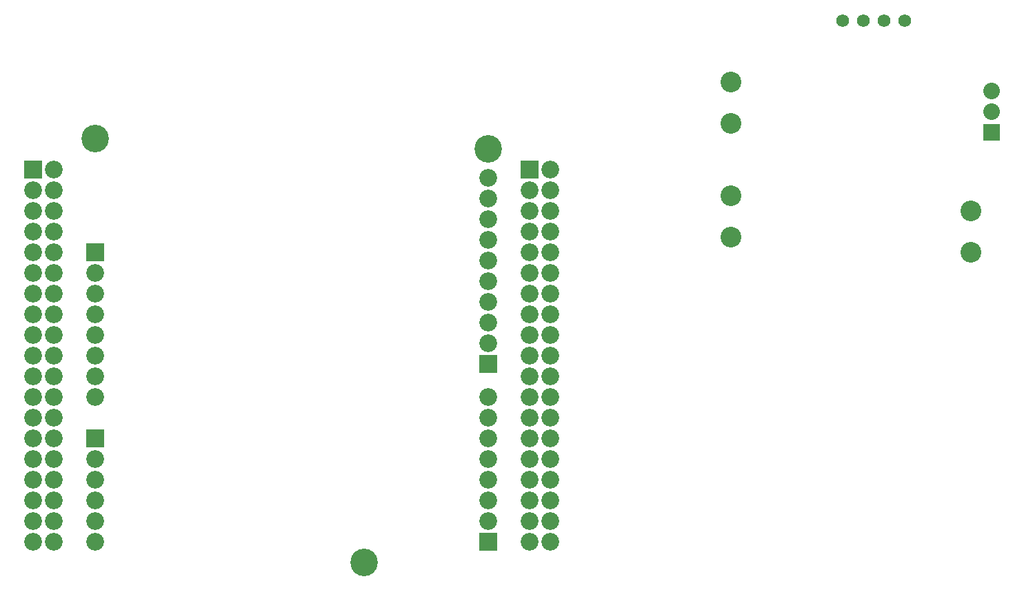
<source format=gbs>
G04 EAGLE Gerber RS-274X export*
G75*
%MOMM*%
%FSLAX34Y34*%
%LPD*%
%INSoldermask Bottom*%
%IPPOS*%
%AMOC8*
5,1,8,0,0,1.08239X$1,22.5*%
G01*
%ADD10R,2.032000X2.032000*%
%ADD11C,2.032000*%
%ADD12R,2.183200X2.183200*%
%ADD13C,2.183200*%
%ADD14C,3.378200*%
%ADD15C,1.574800*%
%ADD16C,2.543200*%


D10*
X370840Y558800D03*
D11*
X370840Y584200D03*
X370840Y609600D03*
D12*
X-729500Y182800D03*
D13*
X-729500Y157400D03*
X-729500Y132000D03*
X-729500Y106600D03*
X-729500Y81200D03*
X-729500Y55800D03*
D12*
X-729500Y411400D03*
D13*
X-729500Y386000D03*
X-729500Y360600D03*
X-729500Y335200D03*
X-729500Y309800D03*
X-729500Y284400D03*
X-729500Y259000D03*
X-729500Y233600D03*
D12*
X-805700Y513000D03*
D13*
X-780300Y513000D03*
X-805700Y487600D03*
X-780300Y487600D03*
X-805700Y462200D03*
X-780300Y462200D03*
X-805700Y436800D03*
X-780300Y436800D03*
X-805700Y411400D03*
X-780300Y411400D03*
X-805700Y386000D03*
X-780300Y386000D03*
X-805700Y360600D03*
X-780300Y360600D03*
X-805700Y335200D03*
X-780300Y335200D03*
X-805700Y309800D03*
X-780300Y309800D03*
X-805700Y284400D03*
X-780300Y284400D03*
X-805700Y259000D03*
X-780300Y259000D03*
X-805700Y233600D03*
X-780300Y233600D03*
X-805700Y208200D03*
X-780300Y208200D03*
X-805700Y182800D03*
X-780300Y182800D03*
X-805700Y157400D03*
X-780300Y157400D03*
X-805700Y132000D03*
X-780300Y132000D03*
X-805700Y106600D03*
X-780300Y106600D03*
X-805700Y81200D03*
X-780300Y81200D03*
X-805700Y55800D03*
X-780300Y55800D03*
D12*
X-246900Y274240D03*
D13*
X-246900Y299640D03*
X-246900Y325040D03*
X-246900Y350440D03*
X-246900Y375840D03*
X-246900Y401240D03*
X-246900Y426640D03*
X-246900Y452040D03*
X-246900Y477440D03*
X-246900Y502840D03*
X-246900Y106600D03*
X-246900Y132000D03*
X-246900Y157400D03*
X-246900Y182800D03*
X-246900Y208200D03*
X-246900Y233600D03*
D12*
X-246900Y55800D03*
D13*
X-246900Y81200D03*
D12*
X-196100Y512750D03*
D13*
X-170700Y512750D03*
X-196100Y487350D03*
X-170700Y487350D03*
X-196100Y461950D03*
X-170700Y461950D03*
X-196100Y436550D03*
X-170700Y436550D03*
X-196100Y411150D03*
X-170700Y411150D03*
X-196100Y385750D03*
X-170700Y385750D03*
X-196100Y360350D03*
X-170700Y360350D03*
X-196100Y334950D03*
X-170700Y334950D03*
X-196100Y309550D03*
X-170700Y309550D03*
X-196100Y284150D03*
X-170700Y284150D03*
X-196100Y258750D03*
X-170700Y258750D03*
X-196100Y233350D03*
X-170700Y233350D03*
X-196100Y207950D03*
X-170700Y207950D03*
X-196100Y182550D03*
X-170700Y182550D03*
X-196100Y157150D03*
X-170700Y157150D03*
X-196100Y131750D03*
X-170700Y131750D03*
X-196100Y106350D03*
X-170700Y106350D03*
X-196100Y80950D03*
X-170700Y80950D03*
X-196100Y55550D03*
X-170700Y55550D03*
D14*
X-246900Y538400D03*
X-729500Y551100D03*
X-399300Y30400D03*
D15*
X264160Y695960D03*
X238760Y695960D03*
X213360Y695960D03*
X187960Y695960D03*
D16*
X51050Y619971D03*
X51050Y569171D03*
X51050Y480271D03*
X51050Y429471D03*
X345190Y411269D03*
X345190Y462069D03*
M02*

</source>
